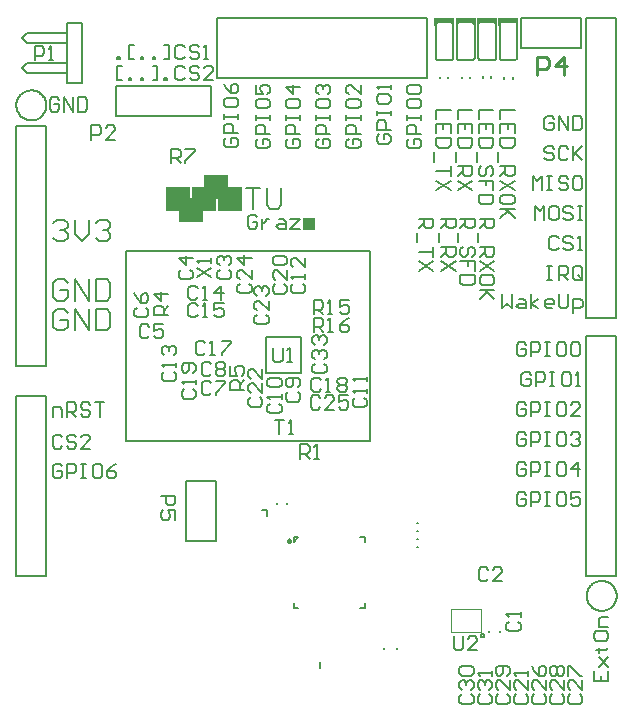
<source format=gbr>
%FSLAX44Y44*%
%MOMM*%
%SFA1B1*%

%IPPOS*%
%ADD10C,0.253999*%
%ADD40C,0.150000*%
%ADD115C,0.203200*%
%ADD116C,0.200000*%
%ADD117C,0.100000*%
%ADD118R,1.999996X1.999996*%
%ADD119R,0.974998X1.024998*%
%ADD120R,0.165100X0.584199*%
%ADD121R,1.701797X0.457199*%
%ADD122R,0.185400X0.650199*%
G54D10*
X234249Y159999D02*
D01*
X234247Y160069*
X234240Y160139*
X234228Y160207*
X234211Y160275*
X234189Y160341*
X234163Y160406*
X234132Y160469*
X234097Y160529*
X234058Y160587*
X234016Y160642*
X233969Y160694*
X233919Y160743*
X233865Y160787*
X233809Y160828*
X233749Y160865*
X233688Y160898*
X233624Y160927*
X233558Y160950*
X233491Y160970*
X233423Y160984*
X233354Y160994*
X233284Y160999*
X233214*
X233145Y160994*
X233076Y160984*
X233007Y160970*
X232940Y160950*
X232875Y160927*
X232811Y160898*
X232749Y160865*
X232690Y160828*
X232634Y160787*
X232580Y160743*
X232530Y160694*
X232483Y160642*
X232440Y160587*
X232401Y160529*
X232366Y160469*
X232336Y160406*
X232310Y160341*
X232288Y160275*
X232271Y160207*
X232259Y160139*
X232252Y160069*
X232249Y159999*
X232252Y159930*
X232259Y159860*
X232271Y159791*
X232288Y159724*
X232310Y159657*
X232336Y159593*
X232366Y159530*
X232401Y159469*
X232440Y159412*
X232483Y159357*
X232530Y159305*
X232580Y159256*
X232634Y159211*
X232690Y159170*
X232749Y159133*
X232811Y159101*
X232875Y159072*
X232940Y159048*
X233007Y159029*
X233076Y159015*
X233145Y159005*
X233214Y159000*
X233284*
X233354Y159005*
X233423Y159015*
X233491Y159029*
X233558Y159048*
X233624Y159072*
X233688Y159101*
X233749Y159133*
X233809Y159170*
X233865Y159211*
X233919Y159256*
X233969Y159305*
X234016Y159357*
X234058Y159412*
X234097Y159469*
X234132Y159530*
X234163Y159593*
X234189Y159657*
X234211Y159724*
X234228Y159791*
X234240Y159860*
X234247Y159930*
X234249Y159999*
X442999Y553999D02*
Y569234D01*
X450616*
X453156Y566695*
Y561617*
X450616Y559077*
X442999*
X465852Y553999D02*
Y569234D01*
X458234Y561617*
X468391*
G54D40*
X213749Y331999D02*
X243749D01*
Y301999D02*
Y331999D01*
X213749Y301999D02*
X243749D01*
X213749D02*
Y331999D01*
X94999Y404999D02*
X301999D01*
Y243999D02*
Y404999D01*
X147999Y243999D02*
X193999D01*
X94999Y301749D02*
Y404999D01*
Y258249D02*
Y301749D01*
X193999Y243999D02*
X301999D01*
X94999D02*
Y258249D01*
Y243999D02*
X147999D01*
X214999Y181249D02*
Y186249D01*
X209999D02*
X214999D01*
X33749Y428573D02*
X36748Y431572D01*
X42746*
X45745Y428573*
Y425574*
X42746Y422575*
X39747*
X42746*
X45745Y419576*
Y416577*
X42746Y413578*
X36748*
X33749Y416577*
X51743Y431572D02*
Y419576D01*
X57741Y413578*
X63739Y419576*
Y431572*
X69737Y428573D02*
X72736Y431572D01*
X78734*
X81733Y428573*
Y425574*
X78734Y422575*
X75735*
X78734*
X81733Y419576*
Y416577*
X78734Y413578*
X72736*
X69737Y416577*
X45745Y378187D02*
X42746Y381186D01*
X36748*
X33749Y378187*
Y366191*
X36748Y363192*
X42746*
X45745Y366191*
Y372189*
X39747*
X51743Y363192D02*
Y381186D01*
X63739Y363192*
Y381186*
X69737D02*
Y363192D01*
X78734*
X81733Y366191*
Y378187*
X78734Y381186*
X69737*
X45745Y352994D02*
X42746Y355993D01*
X36748*
X33749Y352994*
Y340998*
X36748Y337999*
X42746*
X45745Y340998*
Y346996*
X39747*
X51743Y337999D02*
Y355993D01*
X63739Y337999*
Y355993*
X69737D02*
Y337999D01*
X78734*
X81733Y340998*
Y352994*
X78734Y355993*
X69737*
X144996Y577741D02*
X142997Y579740D01*
X138998*
X136999Y577741*
Y569744*
X138998Y567744*
X142997*
X144996Y569744*
X156993Y577741D02*
X154993Y579740D01*
X150995*
X148995Y577741*
Y575742*
X150995Y573742*
X154993*
X156993Y571743*
Y569744*
X154993Y567744*
X150995*
X148995Y569744*
X160991Y567744D02*
X164990D01*
X162991*
Y579740*
X160991Y577741*
X144996Y559746D02*
X142997Y561745D01*
X138998*
X136999Y559746*
Y551748*
X138998Y549749*
X142997*
X144996Y551748*
X156993Y559746D02*
X154993Y561745D01*
X150995*
X148995Y559746*
Y557746*
X150995Y555747*
X154993*
X156993Y553748*
Y551748*
X154993Y549749*
X150995*
X148995Y551748*
X168989Y549749D02*
X160991D01*
X168989Y557746*
Y559746*
X166989Y561745*
X162991*
X160991Y559746*
X87749Y567744D02*
Y569744D01*
X89748*
Y567744*
X87749*
X101744D02*
X97746D01*
Y579740*
X101744*
X107743Y567744D02*
Y569744D01*
X109742*
Y567744*
X107743*
X117739D02*
Y569744D01*
X119739*
Y567744*
X117739*
X127736D02*
X131735D01*
Y579740*
X127736*
X91748Y549749D02*
X87749D01*
Y561745*
X91748*
X97746Y549749D02*
Y551748D01*
X99745*
Y549749*
X97746*
X107743D02*
Y551748D01*
X109742*
Y549749*
X107743*
X117739D02*
X121738D01*
Y561745*
X117739*
X127736Y549749D02*
Y551748D01*
X129735*
Y549749*
X127736*
X255002Y309746D02*
X253003Y307747D01*
Y303748*
X255002Y301749*
X263000*
X264999Y303748*
Y307747*
X263000Y309746*
X255002Y313745D02*
X253003Y315745D01*
Y319743*
X255002Y321743*
X257002*
X259001Y319743*
Y317744*
Y319743*
X261000Y321743*
X263000*
X264999Y319743*
Y315745*
X263000Y313745*
X255002Y325741D02*
X253003Y327741D01*
Y331739*
X255002Y333739*
X257002*
X259001Y331739*
Y329740*
Y331739*
X261000Y333739*
X263000*
X264999Y331739*
Y327741*
X263000Y325741*
X343249Y432499D02*
X355245D01*
Y426501*
X353246Y424502*
X349247*
X347248Y426501*
Y432499*
Y428500D02*
X343249Y424502D01*
X341250Y420503D02*
Y412505D01*
X355245Y408507D02*
Y400509D01*
Y404508*
X343249*
X355245Y396511D02*
X343249Y388513D01*
X355245D02*
X343249Y396511D01*
X378416Y432499D02*
X390412D01*
Y426501*
X388412Y424502*
X384414*
X382414Y426501*
Y432499*
Y428500D02*
X378416Y424502D01*
X376416Y420503D02*
Y412505D01*
X388412Y400509D02*
X390412Y402509D01*
Y406507*
X388412Y408507*
X386413*
X384414Y406507*
Y402509*
X382414Y400509*
X380415*
X378416Y402509*
Y406507*
X380415Y408507*
X390412Y388513D02*
Y396511D01*
X384414*
Y392512*
Y396511*
X378416*
X390412Y384514D02*
X378416D01*
Y378516*
X380415Y376517*
X388412*
X390412Y378516*
Y384514*
X362332Y432499D02*
X374328D01*
Y426501*
X372329Y424502*
X368330*
X366331Y426501*
Y432499*
Y428500D02*
X362332Y424502D01*
X360333Y420503D02*
Y412505D01*
X362332Y408507D02*
X374328D01*
Y402509*
X372329Y400509*
X368330*
X366331Y402509*
Y408507*
Y404508D02*
X362332Y400509D01*
X374328Y396511D02*
X362332Y388513D01*
X374328D02*
X362332Y396511D01*
X394999Y432499D02*
X406995D01*
Y426501*
X404996Y424502*
X400997*
X398998Y426501*
Y432499*
Y428500D02*
X394999Y424502D01*
X393000Y420503D02*
Y412505D01*
X394999Y408507D02*
X406995D01*
Y402509*
X404996Y400509*
X400997*
X398998Y402509*
Y408507*
Y404508D02*
X394999Y400509D01*
X406995Y396511D02*
X394999Y388513D01*
X406995D02*
X394999Y396511D01*
X406995Y378516D02*
Y382515D01*
X404996Y384514*
X396998*
X394999Y382515*
Y378516*
X396998Y376517*
X404996*
X406995Y378516*
Y372518D02*
X394999D01*
X398998*
X406995Y364521*
X400997Y370519*
X394999Y364521*
X155003Y382999D02*
X166999Y390996D01*
X155003D02*
X166999Y382999D01*
Y394995D02*
Y398994D01*
Y396995*
X155003*
X157002Y394995*
X372749Y78995D02*
Y68998D01*
X374748Y66999*
X378747*
X380746Y68998*
Y78995*
X392742Y66999D02*
X384745D01*
X392742Y74996*
Y76996*
X390743Y78995*
X386744*
X384745Y76996*
X38496Y533246D02*
X36497Y535245D01*
X32498*
X30499Y533246*
Y525248*
X32498Y523249*
X36497*
X38496Y525248*
Y529247*
X34498*
X42495Y523249D02*
Y535245D01*
X50492Y523249*
Y535245*
X54491D02*
Y523249D01*
X60489*
X62489Y525248*
Y533246*
X60489Y535245*
X54491*
X491503Y49246D02*
Y41249D01*
X503499*
Y49246*
X497501Y41249D02*
Y45248D01*
X495502Y53245D02*
X503499Y61243D01*
X499500Y57244*
X495502Y61243*
X503499Y53245*
X493502Y67241D02*
X495502D01*
Y65241*
Y69240*
Y67241*
X501500*
X503499Y69240*
X491503Y81236D02*
Y77237D01*
X493502Y75238*
X501500*
X503499Y77237*
Y81236*
X501500Y83235*
X493502*
X491503Y81236*
X503499Y87234D02*
X495502D01*
Y93232*
X497501Y95232*
X503499*
X220999Y261995D02*
X228996D01*
X224998*
Y249999*
X232995D02*
X236994D01*
X234994*
Y261995*
X232995Y259996*
X195499Y287749D02*
X183503D01*
Y293747*
X185502Y295746*
X189501*
X191500Y293747*
Y287749*
Y291748D02*
X195499Y295746D01*
X183503Y307742D02*
Y299745D01*
X189501*
X187502Y303744*
Y305743*
X189501Y307742*
X193500*
X195499Y305743*
Y301744*
X193500Y299745*
X130999Y350749D02*
X119003D01*
Y356747*
X121002Y358746*
X125001*
X127000Y356747*
Y350749*
Y354748D02*
X130999Y358746D01*
Y368743D02*
X119003D01*
X125001Y362745*
Y370742*
X242749Y229499D02*
Y241495D01*
X248747*
X250746Y239496*
Y235497*
X248747Y233498*
X242749*
X246748D02*
X250746Y229499D01*
X254745D02*
X258744D01*
X256744*
Y241495*
X254745Y239496*
X65999Y499499D02*
Y511495D01*
X71997*
X73996Y509496*
Y505497*
X71997Y503498*
X65999*
X85992Y499499D02*
X77995D01*
X85992Y507496*
Y509496*
X83993Y511495*
X79994*
X77995Y509496*
X17749Y566499D02*
Y578495D01*
X23747*
X25746Y576496*
Y572497*
X23747Y570498*
X17749*
X29745Y566499D02*
X33744D01*
X31745*
Y578495*
X29745Y576496*
X369995Y524749D02*
X357999D01*
Y516751*
X369995Y504755D02*
Y512753D01*
X357999*
Y504755*
X363997Y512753D02*
Y508754D01*
X369995Y500757D02*
X357999D01*
Y494758*
X359998Y492760*
X367996*
X369995Y494758*
Y500757*
X355999Y488760D02*
Y480763D01*
X369995Y476764D02*
Y468767D01*
Y472766*
X357999*
X369995Y464768D02*
X357999Y456771D01*
X369995D02*
X357999Y464768D01*
X406162Y524749D02*
X394166D01*
Y516751*
X406162Y504755D02*
Y512753D01*
X394166*
Y504755*
X400164Y512753D02*
Y508754D01*
X406162Y500757D02*
X394166D01*
Y494758*
X396166Y492760*
X404163*
X406162Y494758*
Y500757*
X392167Y488760D02*
Y480763D01*
X404163Y468767D02*
X406162Y470766D01*
Y474765*
X404163Y476764*
X402164*
X400164Y474765*
Y470766*
X398165Y468767*
X396166*
X394166Y470766*
Y474765*
X396166Y476764*
X406162Y456771D02*
Y464768D01*
X400164*
Y460769*
Y464768*
X394166*
X406162Y452772D02*
X394166D01*
Y446774*
X396166Y444775*
X404163*
X406162Y446774*
Y452772*
X388329Y524749D02*
X376333D01*
Y516751*
X388329Y504755D02*
Y512753D01*
X376333*
Y504755*
X382331Y512753D02*
Y508754D01*
X388329Y500756D02*
X376333D01*
Y494758*
X378333Y492760*
X386329*
X388329Y494758*
Y500756*
X374333Y488760D02*
Y480763D01*
X376333Y476764D02*
X388329D01*
Y470766*
X386329Y468767*
X382331*
X380331Y470766*
Y476764*
Y472766D02*
X376333Y468767D01*
X388329Y464768D02*
X376333Y456771D01*
X388329D02*
X376333Y464768D01*
X424246Y524749D02*
X412250D01*
Y516751*
X424246Y504755D02*
Y512753D01*
X412250*
Y504755*
X418248Y512753D02*
Y508754D01*
X424246Y500757D02*
X412250D01*
Y494758*
X414249Y492760*
X422247*
X424246Y494758*
Y500757*
X410251Y488760D02*
Y480763D01*
X412250Y476764D02*
X424246D01*
Y470766*
X422247Y468767*
X418248*
X416249Y470766*
Y476764*
Y472766D02*
X412250Y468767D01*
X424246Y464768D02*
X412250Y456771D01*
X424246D02*
X412250Y464768D01*
X424246Y446774D02*
Y450773D01*
X422247Y452772*
X414249*
X412250Y450773*
Y446774*
X414249Y444775*
X422247*
X424246Y446774*
Y440776D02*
X412250D01*
X416249*
X424246Y432779*
X418248Y438777*
X412250Y432779*
X394836Y29746D02*
X392836Y27747D01*
Y23749*
X394836Y21749*
X402833*
X404832Y23749*
Y27747*
X402833Y29746*
X394836Y33745D02*
X392836Y35744D01*
Y39743*
X394836Y41743*
X396835*
X398834Y39743*
Y37744*
Y39743*
X400834Y41743*
X402833*
X404832Y39743*
Y35744*
X402833Y33745*
X404832Y45741D02*
Y49740D01*
Y47741*
X392836*
X394836Y45741*
X379502Y29746D02*
X377503Y27747D01*
Y23749*
X379502Y21749*
X387500*
X389499Y23749*
Y27747*
X387500Y29746*
X379502Y33745D02*
X377503Y35744D01*
Y39743*
X379502Y41742*
X381502*
X383501Y39743*
Y37744*
Y39743*
X385500Y41742*
X387500*
X389499Y39743*
Y35744*
X387500Y33745*
X379502Y45741D02*
X377503Y47741D01*
Y51739*
X379502Y53739*
X387500*
X389499Y51739*
Y47741*
X387500Y45741*
X379502*
X410169Y29746D02*
X408170Y27747D01*
Y23749*
X410169Y21749*
X418166*
X420166Y23749*
Y27747*
X418166Y29746*
X420166Y41743D02*
Y33745D01*
X412168Y41743*
X410169*
X408170Y39743*
Y35744*
X410169Y33745*
X418166Y45741D02*
X420166Y47741D01*
Y51739*
X418166Y53739*
X410169*
X408170Y51739*
Y47741*
X410169Y45741*
X412168*
X414168Y47741*
Y53739*
X456169Y29746D02*
X454169Y27747D01*
Y23749*
X456169Y21749*
X464166*
X466166Y23749*
Y27747*
X464166Y29746*
X466166Y41742D02*
Y33745D01*
X458168Y41742*
X456169*
X454169Y39743*
Y35744*
X456169Y33745*
Y45741D02*
X454169Y47741D01*
Y51739*
X456169Y53739*
X458168*
X460167Y51739*
X462167Y53739*
X464166*
X466166Y51739*
Y47741*
X464166Y45741*
X462167*
X460167Y47741*
X458168Y45741*
X456169*
X460167Y47741D02*
Y51739D01*
X471502Y29746D02*
X469503Y27747D01*
Y23749*
X471502Y21749*
X479500*
X481499Y23749*
Y27747*
X479500Y29746*
X481499Y41742D02*
Y33745D01*
X473502Y41742*
X471502*
X469503Y39743*
Y35744*
X471502Y33745*
X469503Y45741D02*
Y53739D01*
X471502*
X479500Y45741*
X481499*
X440835Y29746D02*
X438836Y27747D01*
Y23749*
X440835Y21749*
X448833*
X450832Y23749*
Y27747*
X448833Y29746*
X450832Y41742D02*
Y33745D01*
X442835Y41742*
X440835*
X438836Y39743*
Y35744*
X440835Y33745*
X438836Y53739D02*
X440835Y49740D01*
X444834Y45741*
X448833*
X450832Y47741*
Y51739*
X448833Y53739*
X446834*
X444834Y51739*
Y45741*
X259496Y280996D02*
X257497Y282995D01*
X253498*
X251499Y280996*
Y272998*
X253498Y270999*
X257497*
X259496Y272998*
X271492Y270999D02*
X263495D01*
X271492Y278996*
Y280996*
X269494Y282995*
X265494*
X263495Y280996*
X283489Y282995D02*
X275491D01*
Y276997*
X279490Y278996*
X281489*
X283489Y276997*
Y272998*
X281489Y270999*
X277491*
X275491Y272998*
X206002Y351246D02*
X204003Y349247D01*
Y345248*
X206002Y343249*
X214000*
X215999Y345248*
Y349247*
X214000Y351246*
X215999Y363242D02*
Y355245D01*
X208002Y363242*
X206002*
X204003Y361243*
Y357244*
X206002Y355245*
Y367241D02*
X204003Y369241D01*
Y373239*
X206002Y375239*
X208002*
X210001Y373239*
Y371240*
Y373239*
X212000Y375239*
X214000*
X215999Y373239*
Y369241*
X214000Y367241*
X200752Y281246D02*
X198753Y279247D01*
Y275248*
X200752Y273249*
X208750*
X210749Y275248*
Y279247*
X208750Y281246*
X210749Y293243D02*
Y285245D01*
X202752Y293243*
X200752*
X198753Y291243*
Y287245*
X200752Y285245*
X210749Y305239D02*
Y297241D01*
X202752Y305239*
X200752*
X198753Y303239*
Y299241*
X200752Y297241*
X425502Y29746D02*
X423503Y27747D01*
Y23749*
X425502Y21749*
X433500*
X435499Y23749*
Y27747*
X433500Y29746*
X435499Y41742D02*
Y33745D01*
X427502Y41742*
X425502*
X423503Y39743*
Y35744*
X425502Y33745*
X435499Y45741D02*
Y49740D01*
Y47741*
X423503*
X425502Y45741*
X221252Y376996D02*
X219253Y374997D01*
Y370998*
X221252Y368999*
X229250*
X231249Y370998*
Y374997*
X229250Y376996*
X231249Y388992D02*
Y380995D01*
X223252Y388992*
X221252*
X219253Y386993*
Y382994*
X221252Y380995*
Y392991D02*
X219253Y394991D01*
Y398989*
X221252Y400989*
X229250*
X231249Y398989*
Y394991*
X229250Y392991*
X221252*
X144252Y288246D02*
X142253Y286247D01*
Y282248*
X144252Y280249*
X152250*
X154249Y282248*
Y286247*
X152250Y288246*
X154249Y292245D02*
Y296244D01*
Y294244*
X142253*
X144252Y292245*
X152250Y302242D02*
X154249Y304241D01*
Y308240*
X152250Y310239*
X144252*
X142253Y308240*
Y304241*
X144252Y302242*
X146252*
X148251Y304241*
Y310239*
X260246Y295996D02*
X258247Y297995D01*
X254248*
X252249Y295996*
Y287998*
X254248Y285999*
X258247*
X260246Y287998*
X264245Y285999D02*
X268244D01*
X266244*
Y297995*
X264245Y295996*
X274242D02*
X276241Y297995D01*
X280240*
X282239Y295996*
Y293996*
X280240Y291997*
X282239Y289998*
Y287998*
X280240Y285999*
X276241*
X274242Y287998*
Y289998*
X276241Y291997*
X274242Y293996*
Y295996*
X276241Y291997D02*
X280240D01*
X162246Y327246D02*
X160247Y329245D01*
X156248*
X154249Y327246*
Y319248*
X156248Y317249*
X160247*
X162246Y319248*
X166245Y317249D02*
X170244D01*
X168245*
Y329245*
X166245Y327246*
X176242Y329245D02*
X184239D01*
Y327246*
X176242Y319248*
Y317249*
X155996Y358996D02*
X153997Y360995D01*
X149998*
X147999Y358996*
Y350998*
X149998Y348999*
X153997*
X155996Y350998*
X159995Y348999D02*
X163994D01*
X161995*
Y360995*
X159995Y358996*
X177989Y360995D02*
X169992D01*
Y354997*
X173991Y356997*
X175990*
X177989Y354997*
Y350998*
X175990Y348999*
X171991*
X169992Y350998*
X155996Y373996D02*
X153997Y375995D01*
X149998*
X147999Y373996*
Y365998*
X149998Y363999*
X153997*
X155996Y365998*
X159995Y363999D02*
X163994D01*
X161995*
Y375995*
X159995Y373996*
X175990Y363999D02*
Y375995D01*
X169992Y369997*
X177989*
X127502Y302746D02*
X125503Y300747D01*
Y296748*
X127502Y294749*
X135500*
X137499Y296748*
Y300747*
X135500Y302746*
X137499Y306745D02*
Y310744D01*
Y308744*
X125503*
X127502Y306745*
Y316742D02*
X125503Y318741D01*
Y322740*
X127502Y324739*
X129502*
X131501Y322740*
Y320741*
Y322740*
X133500Y324739*
X135500*
X137499Y322740*
Y318741*
X135500Y316742*
X236752Y377496D02*
X234753Y375497D01*
Y371498*
X236752Y369499*
X244750*
X246749Y371498*
Y375497*
X244750Y377496*
X246749Y381495D02*
Y385494D01*
Y383494*
X234753*
X236752Y381495*
X246749Y399489D02*
Y391492D01*
X238752Y399489*
X236752*
X234753Y397490*
Y393491*
X236752Y391492*
X289002Y280746D02*
X287003Y278747D01*
Y274748*
X289002Y272749*
X297000*
X298999Y274748*
Y278747*
X297000Y280746*
X298999Y284745D02*
Y288744D01*
Y286744*
X287003*
X289002Y284745*
X298999Y294742D02*
Y298741D01*
Y296741*
X287003*
X289002Y294742*
X217002Y275746D02*
X215003Y273747D01*
Y269748*
X217002Y267749*
X225000*
X226999Y269748*
Y273747*
X225000Y275746*
X226999Y279745D02*
Y283744D01*
Y281744*
X215003*
X217002Y279745*
Y289742D02*
X215003Y291741D01*
Y295740*
X217002Y297739*
X225000*
X226999Y295740*
Y291741*
X225000Y289742*
X217002*
X232752Y285743D02*
X230753Y283744D01*
Y279745*
X232752Y277746*
X240750*
X242749Y279745*
Y283744*
X240750Y285743*
Y289742D02*
X242749Y291741D01*
Y295740*
X240750Y297739*
X232752*
X230753Y295740*
Y291741*
X232752Y289742*
X234752*
X236751Y291741*
Y297739*
X167246Y309246D02*
X165247Y311245D01*
X161248*
X159249Y309246*
Y301248*
X161248Y299249*
X165247*
X167246Y301248*
X171245Y309246D02*
X173245Y311245D01*
X177243*
X179243Y309246*
Y307246*
X177243Y305247*
X179243Y303248*
Y301248*
X177243Y299249*
X173245*
X171245Y301248*
Y303248*
X173245Y305247*
X171245Y307246*
Y309246*
X173245Y305247D02*
X177243D01*
X167246Y293246D02*
X165247Y295245D01*
X161248*
X159249Y293246*
Y285248*
X161248Y283249*
X165247*
X167246Y285248*
X171245Y295245D02*
X179243D01*
Y293246*
X171245Y285248*
Y283249*
X104162Y357306D02*
X102163Y355307D01*
Y351308*
X104162Y349309*
X112160*
X114159Y351308*
Y355307*
X112160Y357306*
X102163Y369303D02*
X104162Y365304D01*
X108161Y361305*
X112160*
X114159Y363305*
Y367303*
X112160Y369303*
X110160*
X108161Y367303*
Y361305*
X114746Y341246D02*
X112747Y343245D01*
X108748*
X106749Y341246*
Y333248*
X108748Y331249*
X112747*
X114746Y333248*
X126742Y343245D02*
X118745D01*
Y337247*
X122744Y339246*
X124743*
X126742Y337247*
Y333248*
X124743Y331249*
X120744*
X118745Y333248*
X141752Y389246D02*
X139753Y387247D01*
Y383248*
X141752Y381249*
X149750*
X151749Y383248*
Y387247*
X149750Y389246*
X151749Y399243D02*
X139753D01*
X145751Y393245*
Y401243*
X174502Y389246D02*
X172503Y387247D01*
Y383248*
X174502Y381249*
X182500*
X184499Y383248*
Y387247*
X182500Y389246*
X174502Y393245D02*
X172503Y395245D01*
Y399243*
X174502Y401243*
X176502*
X178501Y399243*
Y397244*
Y399243*
X180500Y401243*
X182500*
X184499Y399243*
Y395245*
X182500Y393245*
X401746Y135496D02*
X399747Y137495D01*
X395748*
X393749Y135496*
Y127498*
X395748Y125499*
X399747*
X401746Y127498*
X413743Y125499D02*
X405745D01*
X413743Y133496*
Y135496*
X411743Y137495*
X407745*
X405745Y135496*
X419252Y91496D02*
X417253Y89497D01*
Y85498*
X419252Y83499*
X427250*
X429249Y85498*
Y89497*
X427250Y91496*
X429249Y95495D02*
Y99494D01*
Y97494*
X417253*
X419252Y95495*
X133499Y479749D02*
Y491745D01*
X139497*
X141496Y489746*
Y485747*
X139497Y483748*
X133499*
X137498D02*
X141496Y479749D01*
X145495Y491745D02*
X153492D01*
Y489746*
X145495Y481748*
Y479749*
X254000Y351499D02*
Y363495D01*
X259997*
X261996Y361496*
Y357497*
X259997Y355498*
X254000*
X257998D02*
X261996Y351499D01*
X265995D02*
X269994D01*
X267994*
Y363495*
X265995Y361496*
X283989Y363495D02*
X275992D01*
Y357497*
X279991Y359496*
X281990*
X283989Y357497*
Y353498*
X281990Y351499*
X277991*
X275992Y353498*
X254249Y336499D02*
Y348495D01*
X260247*
X262247Y346496*
Y342497*
X260247Y340498*
X254249*
X258248D02*
X262247Y336499D01*
X266245D02*
X270244D01*
X268245*
Y348495*
X266245Y346496*
X284239Y348495D02*
X280241Y346496D01*
X276242Y342497*
Y338498*
X278241Y336499*
X282240*
X284239Y338498*
Y340498*
X282240Y342497*
X276242*
X191502Y377496D02*
X189503Y375497D01*
Y371498*
X191502Y369499*
X199500*
X201499Y371498*
Y375497*
X199500Y377496*
X201499Y389492D02*
Y381495D01*
X193502Y389492*
X191502*
X189503Y387493*
Y383494*
X191502Y381495*
X201499Y399489D02*
X189503D01*
X195501Y393491*
Y401489*
X124749Y197749D02*
X136745D01*
Y191751*
X134747Y189752*
X130747*
X128748Y191751*
Y197749*
X136745Y177756D02*
Y185753D01*
X130747*
X132746Y181754*
Y179755*
X130747Y177756*
X126748*
X124749Y179755*
Y183754*
X126748Y185753*
X180002Y500996D02*
X178003Y498997D01*
Y494998*
X180002Y492999*
X188000*
X189999Y494998*
Y498997*
X188000Y500996*
X184001*
Y496998*
X189999Y504995D02*
X178003D01*
Y510993*
X180002Y512993*
X184001*
X186000Y510993*
Y504995*
X178003Y516991D02*
Y520990D01*
Y518991*
X189999*
Y516991*
Y520990*
X178003Y532986D02*
Y528987D01*
X180002Y526988*
X188000*
X189999Y528987*
Y532986*
X188000Y534985*
X180002*
X178003Y532986*
Y546981D02*
X180002Y542983D01*
X184001Y538984*
X188000*
X189999Y540983*
Y544982*
X188000Y546981*
X186000*
X184001Y544982*
Y538984*
X335002Y499996D02*
X333003Y497997D01*
Y493998*
X335002Y491999*
X343000*
X344999Y493998*
Y497997*
X343000Y499996*
X339001*
Y495998*
X344999Y503995D02*
X333003D01*
Y509993*
X335002Y511992*
X339001*
X341000Y509993*
Y503995*
X333003Y515991D02*
Y519990D01*
Y517991*
X344999*
Y515991*
Y519990*
X333003Y531986D02*
Y527987D01*
X335002Y525988*
X343000*
X344999Y527987*
Y531986*
X343000Y533985*
X335002*
X333003Y531986*
X335002Y537984D02*
X333003Y539984D01*
Y543982*
X335002Y545982*
X343000*
X344999Y543982*
Y539984*
X343000Y537984*
X335002*
X309402Y503995D02*
X307403Y501996D01*
Y497997*
X309402Y495998*
X317400*
X319399Y497997*
Y501996*
X317400Y503995*
X313401*
Y499996*
X319399Y507994D02*
X307403D01*
Y513992*
X309402Y515991*
X313401*
X315400Y513992*
Y507994*
X307403Y519990D02*
Y523989D01*
Y521989*
X319399*
Y519990*
Y523989*
X307403Y535985D02*
Y531986D01*
X309402Y529987*
X317400*
X319399Y531986*
Y535985*
X317400Y537984*
X309402*
X307403Y535985*
X319399Y541983D02*
Y545982D01*
Y543982*
X307403*
X309402Y541983*
X283802Y499996D02*
X281803Y497997D01*
Y493998*
X283802Y491999*
X291800*
X293799Y493998*
Y497997*
X291800Y499996*
X287801*
Y495998*
X293799Y503995D02*
X281803D01*
Y509993*
X283802Y511992*
X287801*
X289800Y509993*
Y503995*
X281803Y515991D02*
Y519990D01*
Y517991*
X293799*
Y515991*
Y519990*
X281803Y531986D02*
Y527987D01*
X283802Y525988*
X291800*
X293799Y527987*
Y531986*
X291800Y533985*
X283802*
X281803Y531986*
X293799Y545982D02*
Y537984D01*
X285802Y545982*
X283802*
X281803Y543982*
Y539984*
X283802Y537984*
X258202Y499996D02*
X256203Y497997D01*
Y493998*
X258202Y491999*
X266200*
X268199Y493998*
Y497997*
X266200Y499996*
X262201*
Y495998*
X268199Y503995D02*
X256203D01*
Y509993*
X258202Y511992*
X262201*
X264200Y509993*
Y503995*
X256203Y515991D02*
Y519990D01*
Y517991*
X268199*
Y515991*
Y519990*
X256203Y531986D02*
Y527987D01*
X258202Y525988*
X266200*
X268199Y527987*
Y531986*
X266200Y533985*
X258202*
X256203Y531986*
X258202Y537984D02*
X256203Y539984D01*
Y543982*
X258202Y545982*
X260202*
X262201Y543982*
Y541983*
Y543982*
X264200Y545982*
X266200*
X268199Y543982*
Y539984*
X266200Y537984*
X232602Y499996D02*
X230603Y497997D01*
Y493998*
X232602Y491999*
X240600*
X242599Y493998*
Y497997*
X240600Y499996*
X236601*
Y495998*
X242599Y503995D02*
X230603D01*
Y509993*
X232602Y511992*
X236601*
X238600Y509993*
Y503995*
X230603Y515991D02*
Y519990D01*
Y517991*
X242599*
Y515991*
Y519990*
X230603Y531986D02*
Y527987D01*
X232602Y525988*
X240600*
X242599Y527987*
Y531986*
X240600Y533985*
X232602*
X230603Y531986*
X242599Y543982D02*
X230603D01*
X236601Y537984*
Y545982*
X207002Y499996D02*
X205003Y497997D01*
Y493998*
X207002Y491999*
X215000*
X216999Y493998*
Y497997*
X215000Y499996*
X211001*
Y495998*
X216999Y503995D02*
X205003D01*
Y509993*
X207002Y511992*
X211001*
X213000Y509993*
Y503995*
X205003Y515991D02*
Y519990D01*
Y517991*
X216999*
Y515991*
Y519990*
X205003Y531986D02*
Y527987D01*
X207002Y525988*
X215000*
X216999Y527987*
Y531986*
X215000Y533985*
X207002*
X205003Y531986*
Y545982D02*
Y537984D01*
X211001*
X209002Y541983*
Y543982*
X211001Y545982*
X215000*
X216999Y543982*
Y539984*
X215000Y537984*
X219749Y322995D02*
Y312998D01*
X221748Y310999*
X225747*
X227746Y312998*
Y322995*
X231745Y310999D02*
X235744D01*
X233744*
Y322995*
X231745Y320996*
X433996Y198996D02*
X431997Y200995D01*
X427998*
X425999Y198996*
Y190998*
X427998Y188999*
X431997*
X433996Y190998*
Y194997*
X429998*
X437995Y188999D02*
Y200995D01*
X443993*
X445992Y198996*
Y194997*
X443993Y192998*
X437995*
X449991Y200995D02*
X453990D01*
X451991*
Y188999*
X449991*
X453990*
X465986Y200995D02*
X461987D01*
X459988Y198996*
Y190998*
X461987Y188999*
X465986*
X467985Y190998*
Y198996*
X465986Y200995*
X479982D02*
X471984D01*
Y194997*
X475983Y196996*
X477982*
X479982Y194997*
Y190998*
X477982Y188999*
X473983*
X471984Y190998*
X433996Y224396D02*
X431997Y226395D01*
X427998*
X425999Y224396*
Y216398*
X427998Y214399*
X431997*
X433996Y216398*
Y220397*
X429998*
X437995Y214399D02*
Y226395D01*
X443993*
X445992Y224396*
Y220397*
X443993Y218398*
X437995*
X449991Y226395D02*
X453990D01*
X451991*
Y214399*
X449991*
X453990*
X465986Y226395D02*
X461987D01*
X459988Y224396*
Y216398*
X461987Y214399*
X465986*
X467985Y216398*
Y224396*
X465986Y226395*
X477982Y214399D02*
Y226395D01*
X471984Y220397*
X479982*
X433996Y249796D02*
X431997Y251795D01*
X427998*
X425999Y249796*
Y241798*
X427998Y239799*
X431997*
X433996Y241798*
Y245797*
X429998*
X437995Y239799D02*
Y251795D01*
X443993*
X445992Y249796*
Y245797*
X443993Y243798*
X437995*
X449991Y251795D02*
X453990D01*
X451991*
Y239799*
X449991*
X453990*
X465986Y251795D02*
X461987D01*
X459988Y249796*
Y241798*
X461987Y239799*
X465986*
X467985Y241798*
Y249796*
X465986Y251795*
X471984Y249796D02*
X473983Y251795D01*
X477982*
X479982Y249796*
Y247796*
X477982Y245797*
X475983*
X477982*
X479982Y243798*
Y241798*
X477982Y239799*
X473983*
X471984Y241798*
X433996Y275196D02*
X431997Y277195D01*
X427998*
X425999Y275196*
Y267198*
X427998Y265199*
X431997*
X433996Y267198*
Y271197*
X429998*
X437995Y265199D02*
Y277195D01*
X443993*
X445992Y275196*
Y271197*
X443993Y269198*
X437995*
X449991Y277195D02*
X453990D01*
X451991*
Y265199*
X449991*
X453990*
X465986Y277195D02*
X461987D01*
X459988Y275196*
Y267198*
X461987Y265199*
X465986*
X467985Y267198*
Y275196*
X465986Y277195*
X479982Y265199D02*
X471984D01*
X479982Y273196*
Y275196*
X477982Y277195*
X473983*
X471984Y275196*
X437995Y300596D02*
X435996Y302595D01*
X431997*
X429998Y300596*
Y292598*
X431997Y290599*
X435996*
X437995Y292598*
Y296597*
X433996*
X441994Y290599D02*
Y302595D01*
X447992*
X449991Y300596*
Y296597*
X447992Y294598*
X441994*
X453990Y302595D02*
X457989D01*
X455989*
Y290599*
X453990*
X457989*
X469985Y302595D02*
X465986D01*
X463987Y300596*
Y292598*
X465986Y290599*
X469985*
X471984Y292598*
Y300596*
X469985Y302595*
X475983Y290599D02*
X479982D01*
X477982*
Y302595*
X475983Y300596*
X433996Y325996D02*
X431997Y327995D01*
X427998*
X425999Y325996*
Y317998*
X427998Y315999*
X431997*
X433996Y317998*
Y321997*
X429998*
X437995Y315999D02*
Y327995D01*
X443993*
X445992Y325996*
Y321997*
X443993Y319998*
X437995*
X449991Y327995D02*
X453990D01*
X451991*
Y315999*
X449991*
X453990*
X465986Y327995D02*
X461987D01*
X459988Y325996*
Y317998*
X461987Y315999*
X465986*
X467985Y317998*
Y325996*
X465986Y327995*
X471984Y325996D02*
X473983Y327995D01*
X477982*
X479982Y325996*
Y317998*
X477982Y315999*
X473983*
X471984Y317998*
Y325996*
X196499Y458743D02*
X208495D01*
X202497*
Y440749*
X214493Y458743D02*
Y443748D01*
X217492Y440749*
X223490*
X226489Y443748*
Y458743*
X206496Y433996D02*
X204497Y435995D01*
X200498*
X198499Y433996*
Y425998*
X200498Y423999*
X204497*
X206496Y425998*
Y429997*
X202498*
X210495Y431996D02*
Y423999D01*
Y427998*
X212494Y429997*
X214494Y431996*
X216493*
X224491D02*
X228489D01*
X230489Y429997*
Y423999*
X224491*
X222491Y425998*
X224491Y427998*
X230489*
X234487Y431996D02*
X242485D01*
X234487Y423999*
X242485*
X32999Y264999D02*
Y272996D01*
X38997*
X40996Y270997*
Y264999*
X44995D02*
Y276995D01*
X50993*
X52992Y274996*
Y270997*
X50993Y268998*
X44995*
X48994D02*
X52992Y264999D01*
X64989Y274996D02*
X62989Y276995D01*
X58991*
X56991Y274996*
Y272996*
X58991Y270997*
X62989*
X64989Y268998*
Y266998*
X62989Y264999*
X58991*
X56991Y266998*
X68987Y276995D02*
X76985D01*
X72986*
Y264999*
X40996Y247746D02*
X38997Y249745D01*
X34998*
X32999Y247746*
Y239748*
X34998Y237749*
X38997*
X40996Y239748*
X52992Y247746D02*
X50993Y249745D01*
X46995*
X44995Y247746*
Y245746*
X46995Y243747*
X50993*
X52992Y241748*
Y239748*
X50993Y237749*
X46995*
X44995Y239748*
X64989Y237749D02*
X56991D01*
X64989Y245746*
Y247746*
X62989Y249745*
X58991*
X56991Y247746*
X40996Y222996D02*
X38997Y224995D01*
X34998*
X32999Y222996*
Y214998*
X34998Y212999*
X38997*
X40996Y214998*
Y218997*
X36998*
X44995Y212999D02*
Y224995D01*
X50993*
X52992Y222996*
Y218997*
X50993Y216998*
X44995*
X56991Y224995D02*
X60990D01*
X58991*
Y212999*
X56991*
X60990*
X72986Y224995D02*
X68987D01*
X66988Y222996*
Y214998*
X68987Y212999*
X72986*
X74985Y214998*
Y222996*
X72986Y224995*
X86982D02*
X82983Y222996D01*
X78984Y218997*
Y214998*
X80983Y212999*
X84982*
X86982Y214998*
Y216998*
X84982Y218997*
X78984*
X457494Y517246D02*
X455494Y519245D01*
X451496*
X449496Y517246*
Y509248*
X451496Y507249*
X455494*
X457494Y509248*
Y513247*
X453495*
X461492Y507249D02*
Y519245D01*
X469490Y507249*
Y519245*
X473489D02*
Y507249D01*
X479487*
X481486Y509248*
Y517246*
X479487Y519245*
X473489*
X457494Y491896D02*
X455494Y493895D01*
X451496*
X449496Y491896*
Y489896*
X451496Y487897*
X455494*
X457494Y485898*
Y483898*
X455494Y481899*
X451496*
X449496Y483898*
X469490Y491896D02*
X467491Y493895D01*
X463492*
X461492Y491896*
Y483898*
X463492Y481899*
X467491*
X469490Y483898*
X473489Y493895D02*
Y481899D01*
Y485898*
X481486Y493895*
X475488Y487897*
X481486Y481899*
X439500Y456549D02*
Y468545D01*
X443498Y464546*
X447497Y468545*
Y456549*
X451496Y468545D02*
X455494D01*
X453495*
Y456549*
X451496*
X455494*
X469490Y466546D02*
X467491Y468545D01*
X463492*
X461492Y466546*
Y464546*
X463492Y462547*
X467491*
X469490Y460548*
Y458548*
X467491Y456549*
X463492*
X461492Y458548*
X479487Y468545D02*
X475488D01*
X473489Y466546*
Y458548*
X475488Y456549*
X479487*
X481486Y458548*
Y466546*
X479487Y468545*
X441499Y431199D02*
Y443195D01*
X445498Y439196*
X449496Y443195*
Y431199*
X459493Y443195D02*
X455494D01*
X453495Y441196*
Y433198*
X455494Y431199*
X459493*
X461492Y433198*
Y441196*
X459493Y443195*
X473489Y441196D02*
X471489Y443195D01*
X467491*
X465491Y441196*
Y439196*
X467491Y437197*
X471489*
X473489Y435198*
Y433198*
X471489Y431199*
X467491*
X465491Y433198*
X477487Y443195D02*
X481486D01*
X479487*
Y431199*
X477487*
X481486*
X461492Y415846D02*
X459493Y417845D01*
X455494*
X453495Y415846*
Y407848*
X455494Y405849*
X459493*
X461492Y407848*
X473489Y415846D02*
X471489Y417845D01*
X467491*
X465491Y415846*
Y413846*
X467491Y411847*
X471489*
X473489Y409848*
Y407848*
X471489Y405849*
X467491*
X465491Y407848*
X477487Y405849D02*
X481486D01*
X479487*
Y417845*
X477487Y415846*
X451496Y392495D02*
X455494D01*
X453495*
Y380499*
X451496*
X455494*
X461492D02*
Y392495D01*
X467491*
X469490Y390496*
Y386497*
X467491Y384498*
X461492*
X465491D02*
X469490Y380499D01*
X481486Y382498D02*
Y390496D01*
X479487Y392495*
X475488*
X473489Y390496*
Y382498*
X475488Y380499*
X479487*
X477487Y384498D02*
X481486Y380499D01*
X479487D02*
X481486Y382498D01*
X413749Y368745D02*
Y356749D01*
X417748Y360748*
X421746Y356749*
Y368745*
X427745Y364746D02*
X431743D01*
X433743Y362747*
Y356749*
X427745*
X425745Y358748*
X427745Y360748*
X433743*
X437741Y356749D02*
Y368745D01*
Y360748D02*
X443739Y364746D01*
X437741Y360748D02*
X443739Y356749D01*
X455735D02*
X451737D01*
X449737Y358748*
Y362747*
X451737Y364746*
X455735*
X457735Y362747*
Y360748*
X449737*
X461734Y368745D02*
Y358748D01*
X463733Y356749*
X467732*
X469731Y358748*
Y368745*
X473730Y352750D02*
Y364746D01*
X479728*
X481727Y362747*
Y358748*
X479728Y356749*
X473730*
X397999Y80749D02*
Y78750D01*
X396000*
Y80749*
X397999*
G54D115*
X377499Y599016D02*
D01*
X377349Y599011*
X377199Y598995*
X377051Y598969*
X376904Y598933*
X376761Y598886*
X376621Y598830*
X376486Y598764*
X376355Y598688*
X376230Y598604*
X376112Y598511*
X376000Y598411*
X375895Y598302*
X375798Y598187*
X375709Y598065*
X375630Y597937*
X375559Y597804*
X375498Y597666*
X375446Y597525*
X375404Y597380*
X375373Y597232*
X375352Y597083*
X375342Y596933*
X375340Y596857*
X390326D02*
D01*
X390321Y597008*
X390305Y597158*
X390279Y597306*
X390243Y597452*
X390196Y597596*
X390140Y597735*
X390074Y597871*
X389998Y598001*
X389914Y598126*
X389821Y598245*
X389720Y598357*
X389612Y598462*
X389497Y598559*
X389375Y598647*
X389247Y598727*
X389114Y598798*
X388976Y598859*
X388835Y598911*
X388690Y598952*
X388542Y598984*
X388393Y599005*
X388243Y599015*
X388167Y599016*
X375340Y569141D02*
D01*
X375346Y568991*
X375361Y568841*
X375388Y568693*
X375424Y568546*
X375471Y568403*
X375527Y568263*
X375593Y568128*
X375669Y567997*
X375753Y567872*
X375846Y567754*
X375946Y567641*
X376055Y567537*
X376170Y567440*
X376292Y567351*
X376420Y567272*
X376553Y567201*
X376691Y567140*
X376832Y567088*
X376977Y567047*
X377124Y567015*
X377274Y566994*
X377424Y566984*
X377499Y566982*
X388167D02*
D01*
X388318Y566988*
X388468Y567003*
X388616Y567030*
X388763Y567066*
X388906Y567113*
X389045Y567169*
X389181Y567235*
X389311Y567311*
X389436Y567395*
X389555Y567488*
X389667Y567588*
X389772Y567697*
X389869Y567812*
X389957Y567934*
X390037Y568062*
X390108Y568195*
X390169Y568333*
X390221Y568474*
X390262Y568619*
X390294Y568766*
X390314Y568916*
X390325Y569066*
X390326Y569141*
X395583Y599016D02*
D01*
X395433Y599011*
X395283Y598995*
X395135Y598969*
X394988Y598933*
X394845Y598886*
X394705Y598830*
X394570Y598764*
X394439Y598688*
X394314Y598604*
X394196Y598511*
X394084Y598411*
X393979Y598302*
X393882Y598187*
X393793Y598065*
X393714Y597937*
X393643Y597804*
X393582Y597666*
X393530Y597525*
X393488Y597380*
X393457Y597232*
X393436Y597083*
X393426Y596933*
X393424Y596857*
X408410D02*
D01*
X408405Y597008*
X408389Y597158*
X408363Y597306*
X408327Y597452*
X408280Y597596*
X408224Y597735*
X408158Y597871*
X408082Y598001*
X407998Y598126*
X407905Y598245*
X407804Y598357*
X407696Y598462*
X407581Y598559*
X407459Y598647*
X407331Y598727*
X407198Y598798*
X407060Y598859*
X406918Y598911*
X406774Y598952*
X406626Y598984*
X406477Y599005*
X406327Y599015*
X406251Y599016*
X393424Y569141D02*
D01*
X393430Y568991*
X393446Y568841*
X393472Y568693*
X393508Y568546*
X393554Y568403*
X393611Y568263*
X393677Y568128*
X393752Y567997*
X393837Y567872*
X393929Y567754*
X394030Y567641*
X394139Y567537*
X394254Y567440*
X394376Y567351*
X394504Y567272*
X394637Y567201*
X394775Y567140*
X394916Y567088*
X395061Y567047*
X395209Y567015*
X395358Y566994*
X395508Y566984*
X395583Y566982*
X406251D02*
D01*
X406402Y566988*
X406552Y567003*
X406700Y567030*
X406847Y567066*
X406990Y567113*
X407129Y567169*
X407265Y567235*
X407395Y567311*
X407520Y567395*
X407639Y567488*
X407751Y567588*
X407856Y567697*
X407953Y567812*
X408041Y567934*
X408121Y568062*
X408192Y568195*
X408253Y568333*
X408305Y568474*
X408346Y568619*
X408378Y568766*
X408398Y568916*
X408409Y569066*
X408410Y569141*
X359415Y599016D02*
D01*
X359265Y599011*
X359115Y598995*
X358967Y598969*
X358820Y598933*
X358677Y598886*
X358537Y598830*
X358402Y598764*
X358271Y598688*
X358146Y598604*
X358027Y598511*
X357916Y598411*
X357811Y598302*
X357714Y598187*
X357625Y598065*
X357546Y597937*
X357475Y597804*
X357414Y597666*
X357362Y597525*
X357321Y597380*
X357289Y597232*
X357268Y597083*
X357258Y596933*
X357256Y596857*
X372242D02*
D01*
X372237Y597008*
X372221Y597158*
X372195Y597306*
X372159Y597452*
X372112Y597596*
X372056Y597735*
X371990Y597871*
X371914Y598001*
X371830Y598126*
X371737Y598245*
X371637Y598357*
X371528Y598462*
X371413Y598559*
X371291Y598647*
X371163Y598727*
X371030Y598798*
X370892Y598859*
X370751Y598911*
X370606Y598952*
X370458Y598984*
X370309Y599005*
X370159Y599015*
X370083Y599016*
X357256Y569141D02*
D01*
X357262Y568991*
X357277Y568841*
X357304Y568693*
X357340Y568546*
X357387Y568403*
X357443Y568263*
X357509Y568128*
X357585Y567997*
X357669Y567872*
X357762Y567754*
X357862Y567641*
X357971Y567537*
X358086Y567440*
X358208Y567351*
X358336Y567272*
X358469Y567201*
X358607Y567140*
X358748Y567088*
X358893Y567047*
X359040Y567015*
X359190Y566994*
X359340Y566984*
X359415Y566982*
X370083D02*
D01*
X370234Y566988*
X370384Y567003*
X370532Y567030*
X370678Y567066*
X370822Y567113*
X370961Y567169*
X371097Y567235*
X371227Y567311*
X371352Y567395*
X371471Y567488*
X371583Y567588*
X371688Y567697*
X371785Y567812*
X371873Y567934*
X371953Y568062*
X372024Y568195*
X372085Y568333*
X372137Y568474*
X372178Y568619*
X372210Y568766*
X372231Y568916*
X372241Y569066*
X372242Y569141*
X413666Y599266D02*
D01*
X413516Y599261*
X413366Y599245*
X413217Y599219*
X413071Y599183*
X412928Y599136*
X412788Y599080*
X412653Y599014*
X412522Y598938*
X412397Y598854*
X412279Y598761*
X412167Y598660*
X412062Y598552*
X411965Y598437*
X411877Y598315*
X411797Y598187*
X411726Y598054*
X411665Y597916*
X411613Y597775*
X411571Y597630*
X411540Y597482*
X411519Y597333*
X411509Y597183*
X411507Y597107*
X426493D02*
D01*
X426488Y597258*
X426472Y597408*
X426446Y597556*
X426410Y597702*
X426363Y597846*
X426307Y597986*
X426241Y598121*
X426165Y598252*
X426081Y598377*
X425988Y598495*
X425887Y598607*
X425779Y598712*
X425664Y598809*
X425542Y598897*
X425414Y598977*
X425281Y599048*
X425143Y599109*
X425001Y599161*
X424857Y599202*
X424709Y599234*
X424560Y599255*
X424410Y599265*
X424334Y599266*
X411507Y569391D02*
D01*
X411513Y569241*
X411528Y569091*
X411554Y568942*
X411591Y568796*
X411637Y568653*
X411694Y568513*
X411760Y568378*
X411835Y568247*
X411920Y568122*
X412012Y568004*
X412113Y567892*
X412222Y567787*
X412337Y567690*
X412459Y567601*
X412587Y567522*
X412720Y567451*
X412858Y567390*
X412999Y567338*
X413144Y567297*
X413292Y567265*
X413441Y567244*
X413591Y567234*
X413666Y567232*
X424334D02*
D01*
X424485Y567238*
X424635Y567253*
X424783Y567280*
X424930Y567316*
X425073Y567363*
X425213Y567419*
X425348Y567485*
X425478Y567560*
X425603Y567645*
X425722Y567738*
X425834Y567838*
X425939Y567947*
X426036Y568062*
X426124Y568184*
X426204Y568312*
X426275Y568445*
X426336Y568583*
X426388Y568724*
X426429Y568869*
X426461Y569016*
X426482Y569166*
X426492Y569316*
X426493Y569391*
X377499Y599016D02*
X388167D01*
X377499Y566982D02*
X388167D01*
X375340Y569141D02*
Y596857D01*
X390326Y569141D02*
Y596857D01*
X395583Y599016D02*
X406251D01*
X395583Y566982D02*
X406251D01*
X393424Y569141D02*
Y596857D01*
X408410Y569141D02*
Y596857D01*
X359415Y599016D02*
X370083D01*
X359415Y566982D02*
X370083D01*
X357256Y569141D02*
Y596857D01*
X372242Y569141D02*
Y596857D01*
X413666Y599266D02*
X424334D01*
X413666Y567232D02*
X424334D01*
X411507Y569391D02*
Y597107D01*
X426493Y569391D02*
Y597107D01*
G54D116*
X510699Y113249D02*
D01*
X510669Y114135*
X510576Y115017*
X510422Y115890*
X510208Y116750*
X509933Y117593*
X509601Y118415*
X509213Y119212*
X508770Y119979*
X508274Y120714*
X507728Y121413*
X507135Y122072*
X506497Y122687*
X505818Y123257*
X505101Y123778*
X504349Y124248*
X503567Y124664*
X502757Y125025*
X501924Y125328*
X501072Y125572*
X500205Y125756*
X499327Y125880*
X498442Y125942*
X497556*
X496672Y125880*
X495794Y125756*
X494927Y125572*
X494075Y125328*
X493242Y125025*
X492432Y124664*
X491649Y124248*
X490898Y123778*
X490180Y123257*
X489501Y122687*
X488864Y122072*
X488271Y121413*
X487725Y120714*
X487229Y119979*
X486786Y119212*
X486397Y118415*
X486065Y117593*
X485791Y116750*
X485577Y115890*
X485423Y115017*
X485330Y114135*
X485299Y113249*
X485330Y112364*
X485423Y111482*
X485577Y110609*
X485791Y109749*
X486065Y108906*
X486397Y108084*
X486786Y107287*
X487229Y106519*
X487725Y105784*
X488271Y105086*
X488864Y104427*
X489501Y103811*
X490180Y103242*
X490898Y102721*
X491649Y102251*
X492432Y101835*
X493242Y101474*
X494075Y101171*
X494927Y100927*
X495794Y100742*
X496672Y100619*
X497556Y100557*
X498442*
X499327Y100619*
X500205Y100742*
X501072Y100927*
X501924Y101171*
X502757Y101474*
X503567Y101835*
X504349Y102251*
X505101Y102721*
X505818Y103242*
X506497Y103811*
X507135Y104427*
X507728Y105086*
X508274Y105784*
X508770Y106519*
X509213Y107287*
X509601Y108084*
X509933Y108906*
X510208Y109749*
X510422Y110609*
X510576Y111482*
X510669Y112364*
X510699Y113249*
X27699Y528499D02*
D01*
X27668Y529385*
X27576Y530267*
X27422Y531140*
X27207Y532000*
X26933Y532843*
X26601Y533665*
X26213Y534462*
X25770Y535229*
X25274Y535964*
X24728Y536663*
X24135Y537322*
X23497Y537937*
X22818Y538507*
X22101Y539028*
X21349Y539498*
X20567Y539914*
X19757Y540275*
X18924Y540578*
X18072Y540822*
X17205Y541007*
X16327Y541130*
X15443Y541192*
X14556*
X13672Y541130*
X12794Y541007*
X11927Y540822*
X11075Y540578*
X10242Y540275*
X9432Y539914*
X8649Y539498*
X7898Y539028*
X7181Y538507*
X6501Y537937*
X5864Y537322*
X5271Y536663*
X4725Y535964*
X4229Y535229*
X3786Y534462*
X3397Y533665*
X3065Y532843*
X2791Y532000*
X2577Y531140*
X2423Y530267*
X2330Y529385*
X2299Y528499*
X2330Y527613*
X2423Y526732*
X2577Y525859*
X2791Y524999*
X3065Y524156*
X3397Y523334*
X3786Y522537*
X4229Y521769*
X4725Y521035*
X5271Y520336*
X5864Y519677*
X6501Y519061*
X7181Y518492*
X7898Y517971*
X8649Y517501*
X9432Y517085*
X10242Y516724*
X11075Y516421*
X11927Y516177*
X12794Y515992*
X13672Y515869*
X14556Y515807*
X15443*
X16327Y515869*
X17205Y515992*
X18072Y516177*
X18924Y516421*
X19757Y516724*
X20567Y517085*
X21349Y517501*
X22101Y517971*
X22818Y518492*
X23497Y519061*
X24135Y519677*
X24728Y520336*
X25274Y521035*
X25770Y521769*
X26213Y522537*
X26601Y523334*
X26933Y524156*
X27207Y524999*
X27422Y525859*
X27576Y526732*
X27668Y527613*
X27699Y528499*
X341249Y167749D02*
X342249D01*
X341249Y174749D02*
X342249D01*
X484899Y333499D02*
X510299D01*
Y130299D02*
Y333499D01*
X484899Y130299D02*
X510299D01*
X484899D02*
Y333499D01*
X411499Y82499D02*
Y83499D01*
X402499Y82499D02*
Y83499D01*
X422499Y551249D02*
Y552249D01*
X415499Y551249D02*
Y552249D01*
X386332Y551499D02*
Y552499D01*
X379332Y551499D02*
Y552499D01*
X404416Y551999D02*
Y552999D01*
X397416Y551999D02*
Y552999D01*
X368249Y551499D02*
Y552499D01*
X361249Y551499D02*
Y552499D01*
X480699Y577299D02*
Y602699D01*
X429899Y577299D02*
X480699D01*
X429899D02*
Y602699D01*
X480699*
X231829Y191159D02*
Y192159D01*
X222829Y191159D02*
Y192159D01*
X313249Y68499D02*
Y69499D01*
X324749Y68499D02*
Y69499D01*
X484899Y367749D02*
Y602699D01*
Y348699D02*
Y367749D01*
Y348699D02*
X510299D01*
Y602699*
X484899D02*
X510299D01*
X145799Y159399D02*
X171199D01*
X145799D02*
Y210199D01*
X171199*
Y159399D02*
Y210199D01*
X11732Y555616D02*
X45599D01*
X7499Y559849D02*
X11732Y555616D01*
X7499Y559849D02*
X11732Y564082D01*
X45599*
X11732Y581016D02*
X45599D01*
X7499Y585249D02*
X11732Y581016D01*
X7499Y585249D02*
X11732Y589482D01*
X45599*
X58299Y547149D02*
Y597949D01*
X45599D02*
X58299D01*
X45599Y547149D02*
X58299D01*
X45599D02*
Y597949D01*
X2299Y130299D02*
X27699D01*
X2299Y282699D02*
X27699D01*
Y130299D02*
Y282699D01*
X2299Y130299D02*
Y282699D01*
Y308099D02*
X27699D01*
X2299D02*
Y511299D01*
X27699*
Y308099D02*
Y511299D01*
X172299Y602099D02*
X350099D01*
X172299Y551299D02*
X350099D01*
Y602099*
X172299Y551299D02*
Y602099D01*
X259249Y52499D02*
Y57499D01*
X237249Y162999D02*
X241249D01*
X237249Y158999D02*
Y162999D01*
X293249D02*
X297249D01*
Y158999D02*
Y162999D01*
Y102999D02*
Y106999D01*
X293249Y102999D02*
X297249D01*
X237249D02*
Y106999D01*
Y102999D02*
X241249D01*
X237249Y158999D02*
X241249Y162999D01*
X341499Y154749D02*
X342499D01*
X341499Y161749D02*
X342499D01*
X86899Y545099D02*
X166899D01*
X86899Y519699D02*
Y545099D01*
Y519699D02*
X166899D01*
Y545099*
G54D117*
X370499Y102249D02*
X395499D01*
X370499Y82249D02*
X395499D01*
Y102249*
X370499Y82249D02*
Y102249D01*
G54D118*
X139499Y449499D03*
X149999Y439999D03*
X161499Y449499D03*
X171499Y459249D03*
X183499Y449499D03*
G54D119*
X250124Y427874D03*
G54D120*
X375148Y597900D03*
X393231Y597901D03*
X357065D03*
X411315Y598151D03*
G54D121*
X382831Y600440D03*
X400915Y600441D03*
X364749D03*
X418999Y600691D03*
G54D122*
X390413Y597569D03*
X408497Y597571D03*
X372331D03*
X426580Y597821D03*
M02*
</source>
